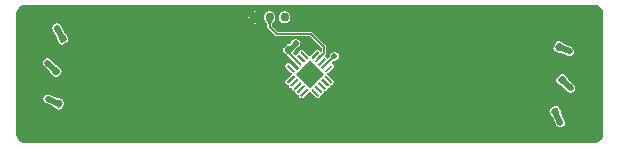
<source format=gbr>
%TF.GenerationSoftware,KiCad,Pcbnew,9.0.0-rc3*%
%TF.CreationDate,2025-06-04T22:11:30-04:00*%
%TF.ProjectId,rgb_led,7267625f-6c65-4642-9e6b-696361645f70,rev?*%
%TF.SameCoordinates,Original*%
%TF.FileFunction,Copper,L1,Top*%
%TF.FilePolarity,Positive*%
%FSLAX46Y46*%
G04 Gerber Fmt 4.6, Leading zero omitted, Abs format (unit mm)*
G04 Created by KiCad (PCBNEW 9.0.0-rc3) date 2025-06-04 22:11:30*
%MOMM*%
%LPD*%
G01*
G04 APERTURE LIST*
%TA.AperFunction,SMDPad,CuDef*%
%ADD10C,0.750000*%
%TD*%
%TA.AperFunction,ViaPad*%
%ADD11C,0.508000*%
%TD*%
%TA.AperFunction,Conductor*%
%ADD12C,0.200000*%
%TD*%
%TA.AperFunction,Conductor*%
%ADD13C,0.500000*%
%TD*%
%TA.AperFunction,Conductor*%
%ADD14C,0.400000*%
%TD*%
%TA.AperFunction,Conductor*%
%ADD15C,0.127000*%
%TD*%
G04 APERTURE END LIST*
D10*
X139529999Y-84200001D03*
X142069999Y-84200001D03*
X140799999Y-84200001D03*
%TA.AperFunction,SMDPad,CuDef*%
G36*
G01*
X124145537Y-91896548D02*
X124001847Y-92204693D01*
G75*
G02*
X123815797Y-92272409I-126883J59167D01*
G01*
X123562031Y-92154076D01*
G75*
G02*
X123494315Y-91968026I59167J126883D01*
G01*
X123638005Y-91659881D01*
G75*
G02*
X123824055Y-91592165I126883J-59167D01*
G01*
X124077821Y-91710498D01*
G75*
G02*
X124145537Y-91896548I-59167J-126883D01*
G01*
G37*
%TD.AperFunction*%
%TA.AperFunction,SMDPad,CuDef*%
G36*
G01*
X123275481Y-91490836D02*
X123131791Y-91798981D01*
G75*
G02*
X122945741Y-91866697I-126883J59167D01*
G01*
X122691975Y-91748364D01*
G75*
G02*
X122624259Y-91562314I59167J126883D01*
G01*
X122767949Y-91254169D01*
G75*
G02*
X122953999Y-91186453I126883J-59167D01*
G01*
X123207765Y-91304786D01*
G75*
G02*
X123275481Y-91490836I-59167J-126883D01*
G01*
G37*
%TD.AperFunction*%
%TA.AperFunction,SMDPad,CuDef*%
G36*
G01*
X164112596Y-86349981D02*
X164256286Y-86041836D01*
G75*
G02*
X164442336Y-85974120I126883J-59167D01*
G01*
X164696102Y-86092453D01*
G75*
G02*
X164763818Y-86278503I-59167J-126883D01*
G01*
X164620128Y-86586648D01*
G75*
G02*
X164434078Y-86654364I-126883J59167D01*
G01*
X164180312Y-86536031D01*
G75*
G02*
X164112596Y-86349981I59167J126883D01*
G01*
G37*
%TD.AperFunction*%
%TA.AperFunction,SMDPad,CuDef*%
G36*
G01*
X164982648Y-86755695D02*
X165126338Y-86447550D01*
G75*
G02*
X165312388Y-86379834I126883J-59167D01*
G01*
X165566154Y-86498167D01*
G75*
G02*
X165633870Y-86684217I-59167J-126883D01*
G01*
X165490180Y-86992362D01*
G75*
G02*
X165304130Y-87060078I-126883J59167D01*
G01*
X165050364Y-86941745D01*
G75*
G02*
X164982648Y-86755695I59167J126883D01*
G01*
G37*
%TD.AperFunction*%
%TA.AperFunction,SMDPad,CuDef*%
G36*
G01*
X164309683Y-91138638D02*
X164617828Y-90994948D01*
G75*
G02*
X164803878Y-91062664I59167J-126883D01*
G01*
X164922211Y-91316430D01*
G75*
G02*
X164854495Y-91502480I-126883J-59167D01*
G01*
X164546350Y-91646170D01*
G75*
G02*
X164360300Y-91578454I-59167J126883D01*
G01*
X164241967Y-91324688D01*
G75*
G02*
X164309683Y-91138638I126883J59167D01*
G01*
G37*
%TD.AperFunction*%
%TA.AperFunction,SMDPad,CuDef*%
G36*
G01*
X164715397Y-92008690D02*
X165023542Y-91865000D01*
G75*
G02*
X165209592Y-91932716I59167J-126883D01*
G01*
X165327925Y-92186482D01*
G75*
G02*
X165260209Y-92372532I-126883J-59167D01*
G01*
X164952064Y-92516222D01*
G75*
G02*
X164766014Y-92448506I-59167J126883D01*
G01*
X164647681Y-92194740D01*
G75*
G02*
X164715397Y-92008690I126883J59167D01*
G01*
G37*
%TD.AperFunction*%
%TA.AperFunction,SMDPad,CuDef*%
G36*
X144037365Y-87585284D02*
G01*
X144037365Y-87657000D01*
X144022721Y-87692355D01*
X143987868Y-87727208D01*
X143952513Y-87741852D01*
X143917158Y-87727208D01*
X143422183Y-87232233D01*
X143407539Y-87196878D01*
X143422183Y-87161523D01*
X143492894Y-87090812D01*
X143528249Y-87076168D01*
X143563604Y-87090812D01*
X144022721Y-87549929D01*
X144037365Y-87585284D01*
G37*
%TD.AperFunction*%
%TA.AperFunction,SMDPad,CuDef*%
G36*
G01*
X143139340Y-87444365D02*
X143210051Y-87373654D01*
G75*
G02*
X143280761Y-87373654I35355J-35355D01*
G01*
X143775736Y-87868629D01*
G75*
G02*
X143775736Y-87939339I-35355J-35355D01*
G01*
X143705025Y-88010050D01*
G75*
G02*
X143634315Y-88010050I-35355J35355D01*
G01*
X143139340Y-87515075D01*
G75*
G02*
X143139340Y-87444365I35355J35355D01*
G01*
G37*
%TD.AperFunction*%
%TA.AperFunction,SMDPad,CuDef*%
G36*
G01*
X142856497Y-87727208D02*
X142927208Y-87656497D01*
G75*
G02*
X142997918Y-87656497I35355J-35355D01*
G01*
X143492893Y-88151472D01*
G75*
G02*
X143492893Y-88222182I-35355J-35355D01*
G01*
X143422182Y-88292893D01*
G75*
G02*
X143351472Y-88292893I-35355J35355D01*
G01*
X142856497Y-87797918D01*
G75*
G02*
X142856497Y-87727208I35355J35355D01*
G01*
G37*
%TD.AperFunction*%
%TA.AperFunction,SMDPad,CuDef*%
G36*
G01*
X142573654Y-88010051D02*
X142644365Y-87939340D01*
G75*
G02*
X142715075Y-87939340I35355J-35355D01*
G01*
X143210050Y-88434315D01*
G75*
G02*
X143210050Y-88505025I-35355J-35355D01*
G01*
X143139339Y-88575736D01*
G75*
G02*
X143068629Y-88575736I-35355J35355D01*
G01*
X142573654Y-88080761D01*
G75*
G02*
X142573654Y-88010051I35355J35355D01*
G01*
G37*
%TD.AperFunction*%
%TA.AperFunction,SMDPad,CuDef*%
G36*
X142941852Y-88752513D02*
G01*
X142927208Y-88787868D01*
X142892355Y-88822721D01*
X142857000Y-88837365D01*
X142785284Y-88837365D01*
X142749929Y-88822721D01*
X142290812Y-88363604D01*
X142276168Y-88328249D01*
X142290812Y-88292894D01*
X142361523Y-88222183D01*
X142396878Y-88207539D01*
X142432233Y-88222183D01*
X142927208Y-88717158D01*
X142941852Y-88752513D01*
G37*
%TD.AperFunction*%
%TA.AperFunction,SMDPad,CuDef*%
G36*
X142941852Y-89247487D02*
G01*
X142927208Y-89282842D01*
X142432233Y-89777817D01*
X142396878Y-89792461D01*
X142361523Y-89777817D01*
X142290812Y-89707106D01*
X142276168Y-89671751D01*
X142290812Y-89636396D01*
X142749929Y-89177279D01*
X142785284Y-89162635D01*
X142857000Y-89162635D01*
X142892355Y-89177279D01*
X142927208Y-89212132D01*
X142941852Y-89247487D01*
G37*
%TD.AperFunction*%
%TA.AperFunction,SMDPad,CuDef*%
G36*
G01*
X142573654Y-89919239D02*
X143068629Y-89424264D01*
G75*
G02*
X143139339Y-89424264I35355J-35355D01*
G01*
X143210050Y-89494975D01*
G75*
G02*
X143210050Y-89565685I-35355J-35355D01*
G01*
X142715075Y-90060660D01*
G75*
G02*
X142644365Y-90060660I-35355J35355D01*
G01*
X142573654Y-89989949D01*
G75*
G02*
X142573654Y-89919239I35355J35355D01*
G01*
G37*
%TD.AperFunction*%
%TA.AperFunction,SMDPad,CuDef*%
G36*
G01*
X142856497Y-90202082D02*
X143351472Y-89707107D01*
G75*
G02*
X143422182Y-89707107I35355J-35355D01*
G01*
X143492893Y-89777818D01*
G75*
G02*
X143492893Y-89848528I-35355J-35355D01*
G01*
X142997918Y-90343503D01*
G75*
G02*
X142927208Y-90343503I-35355J35355D01*
G01*
X142856497Y-90272792D01*
G75*
G02*
X142856497Y-90202082I35355J35355D01*
G01*
G37*
%TD.AperFunction*%
%TA.AperFunction,SMDPad,CuDef*%
G36*
G01*
X143139340Y-90484925D02*
X143634315Y-89989950D01*
G75*
G02*
X143705025Y-89989950I35355J-35355D01*
G01*
X143775736Y-90060661D01*
G75*
G02*
X143775736Y-90131371I-35355J-35355D01*
G01*
X143280761Y-90626346D01*
G75*
G02*
X143210051Y-90626346I-35355J35355D01*
G01*
X143139340Y-90555635D01*
G75*
G02*
X143139340Y-90484925I35355J35355D01*
G01*
G37*
%TD.AperFunction*%
%TA.AperFunction,SMDPad,CuDef*%
G36*
X144037365Y-90343000D02*
G01*
X144037365Y-90414716D01*
X144022721Y-90450071D01*
X143563604Y-90909188D01*
X143528249Y-90923832D01*
X143492894Y-90909188D01*
X143422183Y-90838477D01*
X143407539Y-90803122D01*
X143422183Y-90767767D01*
X143917158Y-90272792D01*
X143952513Y-90258148D01*
X143987868Y-90272792D01*
X144022721Y-90307645D01*
X144037365Y-90343000D01*
G37*
%TD.AperFunction*%
%TA.AperFunction,SMDPad,CuDef*%
G36*
X144992461Y-90803122D02*
G01*
X144977817Y-90838477D01*
X144907106Y-90909188D01*
X144871751Y-90923832D01*
X144836396Y-90909188D01*
X144377279Y-90450071D01*
X144362635Y-90414716D01*
X144362635Y-90343000D01*
X144377279Y-90307645D01*
X144412132Y-90272792D01*
X144447487Y-90258148D01*
X144482842Y-90272792D01*
X144977817Y-90767767D01*
X144992461Y-90803122D01*
G37*
%TD.AperFunction*%
%TA.AperFunction,SMDPad,CuDef*%
G36*
G01*
X144624264Y-90060661D02*
X144694975Y-89989950D01*
G75*
G02*
X144765685Y-89989950I35355J-35355D01*
G01*
X145260660Y-90484925D01*
G75*
G02*
X145260660Y-90555635I-35355J-35355D01*
G01*
X145189949Y-90626346D01*
G75*
G02*
X145119239Y-90626346I-35355J35355D01*
G01*
X144624264Y-90131371D01*
G75*
G02*
X144624264Y-90060661I35355J35355D01*
G01*
G37*
%TD.AperFunction*%
%TA.AperFunction,SMDPad,CuDef*%
G36*
G01*
X144907107Y-89777818D02*
X144977818Y-89707107D01*
G75*
G02*
X145048528Y-89707107I35355J-35355D01*
G01*
X145543503Y-90202082D01*
G75*
G02*
X145543503Y-90272792I-35355J-35355D01*
G01*
X145472792Y-90343503D01*
G75*
G02*
X145402082Y-90343503I-35355J35355D01*
G01*
X144907107Y-89848528D01*
G75*
G02*
X144907107Y-89777818I35355J35355D01*
G01*
G37*
%TD.AperFunction*%
%TA.AperFunction,SMDPad,CuDef*%
G36*
G01*
X145189950Y-89494975D02*
X145260661Y-89424264D01*
G75*
G02*
X145331371Y-89424264I35355J-35355D01*
G01*
X145826346Y-89919239D01*
G75*
G02*
X145826346Y-89989949I-35355J-35355D01*
G01*
X145755635Y-90060660D01*
G75*
G02*
X145684925Y-90060660I-35355J35355D01*
G01*
X145189950Y-89565685D01*
G75*
G02*
X145189950Y-89494975I35355J35355D01*
G01*
G37*
%TD.AperFunction*%
%TA.AperFunction,SMDPad,CuDef*%
G36*
X146123832Y-89671751D02*
G01*
X146109188Y-89707106D01*
X146038477Y-89777817D01*
X146003122Y-89792461D01*
X145967767Y-89777817D01*
X145472792Y-89282842D01*
X145458148Y-89247487D01*
X145472792Y-89212132D01*
X145507645Y-89177279D01*
X145543000Y-89162635D01*
X145614716Y-89162635D01*
X145650071Y-89177279D01*
X146109188Y-89636396D01*
X146123832Y-89671751D01*
G37*
%TD.AperFunction*%
%TA.AperFunction,SMDPad,CuDef*%
G36*
X146123832Y-88328249D02*
G01*
X146109188Y-88363604D01*
X145650071Y-88822721D01*
X145614716Y-88837365D01*
X145543000Y-88837365D01*
X145507645Y-88822721D01*
X145472792Y-88787868D01*
X145458148Y-88752513D01*
X145472792Y-88717158D01*
X145967767Y-88222183D01*
X146003122Y-88207539D01*
X146038477Y-88222183D01*
X146109188Y-88292894D01*
X146123832Y-88328249D01*
G37*
%TD.AperFunction*%
%TA.AperFunction,SMDPad,CuDef*%
G36*
G01*
X145189950Y-88434315D02*
X145684925Y-87939340D01*
G75*
G02*
X145755635Y-87939340I35355J-35355D01*
G01*
X145826346Y-88010051D01*
G75*
G02*
X145826346Y-88080761I-35355J-35355D01*
G01*
X145331371Y-88575736D01*
G75*
G02*
X145260661Y-88575736I-35355J35355D01*
G01*
X145189950Y-88505025D01*
G75*
G02*
X145189950Y-88434315I35355J35355D01*
G01*
G37*
%TD.AperFunction*%
%TA.AperFunction,SMDPad,CuDef*%
G36*
G01*
X144907107Y-88151472D02*
X145402082Y-87656497D01*
G75*
G02*
X145472792Y-87656497I35355J-35355D01*
G01*
X145543503Y-87727208D01*
G75*
G02*
X145543503Y-87797918I-35355J-35355D01*
G01*
X145048528Y-88292893D01*
G75*
G02*
X144977818Y-88292893I-35355J35355D01*
G01*
X144907107Y-88222182D01*
G75*
G02*
X144907107Y-88151472I35355J35355D01*
G01*
G37*
%TD.AperFunction*%
%TA.AperFunction,SMDPad,CuDef*%
G36*
G01*
X144624264Y-87868629D02*
X145119239Y-87373654D01*
G75*
G02*
X145189949Y-87373654I35355J-35355D01*
G01*
X145260660Y-87444365D01*
G75*
G02*
X145260660Y-87515075I-35355J-35355D01*
G01*
X144765685Y-88010050D01*
G75*
G02*
X144694975Y-88010050I-35355J35355D01*
G01*
X144624264Y-87939339D01*
G75*
G02*
X144624264Y-87868629I35355J35355D01*
G01*
G37*
%TD.AperFunction*%
%TA.AperFunction,SMDPad,CuDef*%
G36*
X144992461Y-87196878D02*
G01*
X144977817Y-87232233D01*
X144482842Y-87727208D01*
X144447487Y-87741852D01*
X144412132Y-87727208D01*
X144377279Y-87692355D01*
X144362635Y-87657000D01*
X144362635Y-87585284D01*
X144377279Y-87549929D01*
X144836396Y-87090812D01*
X144871751Y-87076168D01*
X144907106Y-87090812D01*
X144977817Y-87161523D01*
X144992461Y-87196878D01*
G37*
%TD.AperFunction*%
%TA.AperFunction,HeatsinkPad*%
G36*
X142997918Y-89000000D02*
G01*
X144200000Y-87797918D01*
X145402082Y-89000000D01*
X144200000Y-90202082D01*
X142997918Y-89000000D01*
G37*
%TD.AperFunction*%
%TA.AperFunction,SMDPad,CuDef*%
G36*
G01*
X123699335Y-89509886D02*
X123458919Y-89750302D01*
G75*
G02*
X123260929Y-89750302I-98995J98995D01*
G01*
X123062939Y-89552312D01*
G75*
G02*
X123062939Y-89354322I98995J98995D01*
G01*
X123303355Y-89113906D01*
G75*
G02*
X123501345Y-89113906I98995J-98995D01*
G01*
X123699335Y-89311896D01*
G75*
G02*
X123699335Y-89509886I-98995J-98995D01*
G01*
G37*
%TD.AperFunction*%
%TA.AperFunction,SMDPad,CuDef*%
G36*
G01*
X123020513Y-88831064D02*
X122780097Y-89071480D01*
G75*
G02*
X122582107Y-89071480I-98995J98995D01*
G01*
X122384117Y-88873490D01*
G75*
G02*
X122384117Y-88675500I98995J98995D01*
G01*
X122624533Y-88435084D01*
G75*
G02*
X122822523Y-88435084I98995J-98995D01*
G01*
X123020513Y-88633074D01*
G75*
G02*
X123020513Y-88831064I-98995J-98995D01*
G01*
G37*
%TD.AperFunction*%
%TA.AperFunction,SMDPad,CuDef*%
G36*
G01*
X164568303Y-88727805D02*
X164808719Y-88487389D01*
G75*
G02*
X165006709Y-88487389I98995J-98995D01*
G01*
X165204699Y-88685379D01*
G75*
G02*
X165204699Y-88883369I-98995J-98995D01*
G01*
X164964283Y-89123785D01*
G75*
G02*
X164766293Y-89123785I-98995J98995D01*
G01*
X164568303Y-88925795D01*
G75*
G02*
X164568303Y-88727805I98995J98995D01*
G01*
G37*
%TD.AperFunction*%
%TA.AperFunction,SMDPad,CuDef*%
G36*
G01*
X165247125Y-89406627D02*
X165487541Y-89166211D01*
G75*
G02*
X165685531Y-89166211I98995J-98995D01*
G01*
X165883521Y-89364201D01*
G75*
G02*
X165883521Y-89562191I-98995J-98995D01*
G01*
X165643105Y-89802607D01*
G75*
G02*
X165445115Y-89802607I-98995J98995D01*
G01*
X165247125Y-89604617D01*
G75*
G02*
X165247125Y-89406627I98995J98995D01*
G01*
G37*
%TD.AperFunction*%
%TA.AperFunction,SMDPad,CuDef*%
G36*
G01*
X123969793Y-87094405D02*
X123661648Y-87238095D01*
G75*
G02*
X123475598Y-87170379I-59167J126883D01*
G01*
X123357265Y-86916613D01*
G75*
G02*
X123424981Y-86730563I126883J59167D01*
G01*
X123733126Y-86586873D01*
G75*
G02*
X123919176Y-86654589I59167J-126883D01*
G01*
X124037509Y-86908355D01*
G75*
G02*
X123969793Y-87094405I-126883J-59167D01*
G01*
G37*
%TD.AperFunction*%
%TA.AperFunction,SMDPad,CuDef*%
G36*
G01*
X123564079Y-86224353D02*
X123255934Y-86368043D01*
G75*
G02*
X123069884Y-86300327I-59167J126883D01*
G01*
X122951551Y-86046561D01*
G75*
G02*
X123019267Y-85860511I126883J59167D01*
G01*
X123327412Y-85716821D01*
G75*
G02*
X123513462Y-85784537I59167J-126883D01*
G01*
X123631795Y-86038303D01*
G75*
G02*
X123564079Y-86224353I-126883J-59167D01*
G01*
G37*
%TD.AperFunction*%
%TA.AperFunction,SMDPad,CuDef*%
G36*
G01*
X141682806Y-87957608D02*
X141442390Y-87717192D01*
G75*
G02*
X141442390Y-87519202I98995J98995D01*
G01*
X141640380Y-87321212D01*
G75*
G02*
X141838370Y-87321212I98995J-98995D01*
G01*
X142078786Y-87561628D01*
G75*
G02*
X142078786Y-87759618I-98995J-98995D01*
G01*
X141880796Y-87957608D01*
G75*
G02*
X141682806Y-87957608I-98995J98995D01*
G01*
G37*
%TD.AperFunction*%
%TA.AperFunction,SMDPad,CuDef*%
G36*
G01*
X142361628Y-87278786D02*
X142121212Y-87038370D01*
G75*
G02*
X142121212Y-86840380I98995J98995D01*
G01*
X142319202Y-86642390D01*
G75*
G02*
X142517192Y-86642390I98995J-98995D01*
G01*
X142757608Y-86882806D01*
G75*
G02*
X142757608Y-87080796I-98995J-98995D01*
G01*
X142559618Y-87278786D01*
G75*
G02*
X142361628Y-87278786I-98995J98995D01*
G01*
G37*
%TD.AperFunction*%
D11*
X164188897Y-88118593D03*
X124069891Y-90157297D03*
X124794451Y-92358275D03*
X163599999Y-85900001D03*
X124138488Y-87833574D03*
X164163737Y-90456917D03*
X165428391Y-93140125D03*
X122799999Y-85100001D03*
X121981970Y-88047940D03*
X142999999Y-86400001D03*
X166299999Y-90200001D03*
X122020276Y-91105586D03*
X142069999Y-84200001D03*
X166199999Y-87100001D03*
X144200000Y-89000000D03*
X146296203Y-87492995D03*
D12*
X142273724Y-87639410D02*
X141760588Y-87639410D01*
D13*
X164438206Y-86314242D02*
X163599999Y-85900001D01*
X164886501Y-88805587D02*
X164188897Y-88118593D01*
X123819926Y-91932287D02*
X124794451Y-92358275D01*
X123381137Y-89432104D02*
X124069891Y-90157297D01*
X123697387Y-86912485D02*
X124138488Y-87833574D01*
D12*
X142891852Y-88257538D02*
X142273724Y-87639410D01*
D13*
X164582089Y-91320558D02*
X164163737Y-90456917D01*
D12*
X142439410Y-87239410D02*
X142439410Y-86960588D01*
X143174695Y-87974695D02*
X142439410Y-87239410D01*
D13*
X165565323Y-89484409D02*
X166299999Y-90200001D01*
X123291673Y-86042431D02*
X122799999Y-85100001D01*
X164987803Y-92190612D02*
X165428391Y-93140125D01*
X122949870Y-91526575D02*
X122020276Y-91105586D01*
X122702315Y-88753282D02*
X121981970Y-88047940D01*
D14*
X142999999Y-86400001D02*
X142439410Y-86960588D01*
D13*
X165308260Y-86719956D02*
X166199999Y-87100001D01*
D15*
X141399999Y-85600001D02*
X140799999Y-85000001D01*
X145399999Y-86700001D02*
X144299999Y-85600001D01*
X144299999Y-85600001D02*
X141399999Y-85600001D01*
X144942462Y-87691852D02*
X145399999Y-87234315D01*
X140799999Y-85000001D02*
X140799999Y-84200001D01*
X145399999Y-87234315D02*
X145399999Y-86700001D01*
D12*
X146272691Y-87492995D02*
X145508148Y-88257538D01*
X146296203Y-87492995D02*
X146272691Y-87492995D01*
%TA.AperFunction,Conductor*%
G36*
X168170898Y-83127501D02*
G01*
X168196931Y-83127501D01*
X168203055Y-83127802D01*
X168364091Y-83143662D01*
X168376100Y-83146051D01*
X168528007Y-83192131D01*
X168539317Y-83196816D01*
X168679303Y-83271640D01*
X168689491Y-83278447D01*
X168812191Y-83379145D01*
X168820854Y-83387808D01*
X168921552Y-83510508D01*
X168928359Y-83520696D01*
X169003181Y-83660678D01*
X169007870Y-83671997D01*
X169053947Y-83823895D01*
X169056337Y-83835912D01*
X169072198Y-83996943D01*
X169072499Y-84003069D01*
X169072500Y-93970899D01*
X169072500Y-93996930D01*
X169072199Y-94003056D01*
X169056338Y-94164088D01*
X169053948Y-94176105D01*
X169007871Y-94328002D01*
X169003182Y-94339321D01*
X168928358Y-94479307D01*
X168921551Y-94489494D01*
X168820856Y-94612192D01*
X168812192Y-94620856D01*
X168689494Y-94721551D01*
X168679307Y-94728358D01*
X168539321Y-94803182D01*
X168528002Y-94807871D01*
X168376105Y-94853948D01*
X168364088Y-94856338D01*
X168203056Y-94872199D01*
X168196930Y-94872500D01*
X120203070Y-94872500D01*
X120196944Y-94872199D01*
X120035911Y-94856338D01*
X120023894Y-94853948D01*
X119871997Y-94807871D01*
X119860678Y-94803182D01*
X119720692Y-94728358D01*
X119710505Y-94721551D01*
X119587807Y-94620856D01*
X119579143Y-94612192D01*
X119478445Y-94489490D01*
X119471644Y-94479311D01*
X119396815Y-94339317D01*
X119392130Y-94328007D01*
X119346050Y-94176101D01*
X119343661Y-94164088D01*
X119337215Y-94098643D01*
X119327801Y-94003056D01*
X119327500Y-93996930D01*
X119327500Y-92147469D01*
X164502083Y-92147469D01*
X164502083Y-92147472D01*
X164520992Y-92224744D01*
X164520992Y-92224746D01*
X164661593Y-92526266D01*
X164661594Y-92526268D01*
X164661595Y-92526269D01*
X164708636Y-92590425D01*
X164759917Y-92621543D01*
X164784186Y-92648667D01*
X165060133Y-93243360D01*
X165063809Y-93253490D01*
X165072889Y-93287376D01*
X165072889Y-93287378D01*
X165072890Y-93287379D01*
X165123115Y-93374372D01*
X165194144Y-93445401D01*
X165281137Y-93495626D01*
X165323917Y-93507089D01*
X165378161Y-93521624D01*
X165378164Y-93521624D01*
X165378166Y-93521625D01*
X165378167Y-93521625D01*
X165478615Y-93521625D01*
X165478616Y-93521625D01*
X165575645Y-93495626D01*
X165662638Y-93445401D01*
X165733667Y-93374372D01*
X165783892Y-93287379D01*
X165809891Y-93190350D01*
X165809891Y-93089900D01*
X165783892Y-92992871D01*
X165746210Y-92927603D01*
X165743653Y-92922680D01*
X165469135Y-92331066D01*
X165464057Y-92295252D01*
X165473523Y-92233752D01*
X165454614Y-92156478D01*
X165450414Y-92147472D01*
X165314012Y-91854955D01*
X165312420Y-91852784D01*
X165266970Y-91790797D01*
X165266966Y-91790794D01*
X165175993Y-91735590D01*
X165070811Y-91719401D01*
X165070810Y-91719401D01*
X164993535Y-91738310D01*
X164637638Y-91904268D01*
X164637634Y-91904271D01*
X164573479Y-91951312D01*
X164536473Y-92012295D01*
X164518271Y-92042290D01*
X164502083Y-92147469D01*
X119327500Y-92147469D01*
X119327500Y-91055356D01*
X121638776Y-91055356D01*
X121638776Y-91155815D01*
X121664774Y-91252837D01*
X121664774Y-91252839D01*
X121664775Y-91252840D01*
X121715000Y-91339833D01*
X121786029Y-91410862D01*
X121873022Y-91461087D01*
X121910165Y-91471039D01*
X121919746Y-91474466D01*
X122460591Y-91719401D01*
X122494095Y-91734574D01*
X122521742Y-91759084D01*
X122550055Y-91805741D01*
X122550056Y-91805742D01*
X122614212Y-91852783D01*
X122614213Y-91852783D01*
X122614214Y-91852784D01*
X122618870Y-91854955D01*
X122915737Y-91993386D01*
X122993011Y-92012295D01*
X123098191Y-91996107D01*
X123189169Y-91940899D01*
X123236210Y-91876744D01*
X123402171Y-91520840D01*
X123421080Y-91443567D01*
X123404891Y-91338386D01*
X123352978Y-91252837D01*
X123349686Y-91247411D01*
X123349683Y-91247407D01*
X123285525Y-91200365D01*
X122984004Y-91059764D01*
X122906729Y-91040855D01*
X122839765Y-91051160D01*
X122804475Y-91046321D01*
X122232847Y-90787446D01*
X122227382Y-90784639D01*
X122167533Y-90750086D01*
X122167527Y-90750084D01*
X122070505Y-90724086D01*
X122070501Y-90724086D01*
X121970051Y-90724086D01*
X121970046Y-90724086D01*
X121873024Y-90750084D01*
X121873022Y-90750084D01*
X121786027Y-90800311D01*
X121715001Y-90871337D01*
X121664774Y-90958332D01*
X121664774Y-90958334D01*
X121638776Y-91055356D01*
X119327500Y-91055356D01*
X119327500Y-87997710D01*
X121600470Y-87997710D01*
X121600470Y-88098169D01*
X121626468Y-88195191D01*
X121626468Y-88195193D01*
X121651560Y-88238653D01*
X121676643Y-88282099D01*
X121676695Y-88282188D01*
X121747718Y-88353211D01*
X121747720Y-88353214D01*
X121747722Y-88353215D01*
X121747723Y-88353216D01*
X121756587Y-88358334D01*
X121769057Y-88367798D01*
X122202848Y-88792554D01*
X122220420Y-88825017D01*
X122231131Y-88878867D01*
X122231131Y-88878868D01*
X122231132Y-88878869D01*
X122275330Y-88945015D01*
X122510582Y-89180267D01*
X122576728Y-89224465D01*
X122681101Y-89245226D01*
X122681102Y-89245226D01*
X122681103Y-89245226D01*
X122715893Y-89238305D01*
X122785476Y-89224465D01*
X122851622Y-89180267D01*
X123129300Y-88902589D01*
X123173498Y-88836443D01*
X123194259Y-88732069D01*
X123173498Y-88627695D01*
X123129300Y-88561549D01*
X122894048Y-88326297D01*
X122849950Y-88296831D01*
X122827901Y-88282098D01*
X122761790Y-88268948D01*
X122730257Y-88252306D01*
X122362739Y-87892443D01*
X122299775Y-87830791D01*
X122289373Y-87817378D01*
X122287246Y-87813693D01*
X122216218Y-87742665D01*
X122216217Y-87742664D01*
X122129224Y-87692439D01*
X122129223Y-87692438D01*
X122129222Y-87692438D01*
X122032199Y-87666440D01*
X122032195Y-87666440D01*
X121931745Y-87666440D01*
X121931740Y-87666440D01*
X121834718Y-87692438D01*
X121834716Y-87692438D01*
X121747721Y-87742665D01*
X121676695Y-87813691D01*
X121626468Y-87900686D01*
X121626468Y-87900688D01*
X121600470Y-87997710D01*
X119327500Y-87997710D01*
X119327500Y-85049771D01*
X122418499Y-85049771D01*
X122418499Y-85150230D01*
X122444497Y-85247252D01*
X122444497Y-85247254D01*
X122494725Y-85334251D01*
X122496718Y-85336848D01*
X122502545Y-85345986D01*
X122805001Y-85925726D01*
X122811362Y-85964141D01*
X122805953Y-85999288D01*
X122805953Y-85999293D01*
X122824862Y-86076565D01*
X122824862Y-86076567D01*
X122965463Y-86378087D01*
X122965464Y-86378089D01*
X122965465Y-86378090D01*
X122976946Y-86393748D01*
X123012505Y-86442245D01*
X123012509Y-86442248D01*
X123099001Y-86494733D01*
X123103484Y-86497453D01*
X123208665Y-86513642D01*
X123285938Y-86494733D01*
X123641842Y-86328772D01*
X123705997Y-86281731D01*
X123761205Y-86190753D01*
X123777393Y-86085573D01*
X123758484Y-86008299D01*
X123754284Y-85999293D01*
X123617882Y-85706776D01*
X123570839Y-85642617D01*
X123495084Y-85596646D01*
X123472096Y-85572124D01*
X123402164Y-85438080D01*
X123165579Y-84984600D01*
X123160627Y-84971881D01*
X123155500Y-84952747D01*
X123105275Y-84865754D01*
X123034246Y-84794725D01*
X123034244Y-84794723D01*
X123034017Y-84794592D01*
X123034016Y-84794592D01*
X122972616Y-84759143D01*
X139395118Y-84759143D01*
X139395118Y-84759144D01*
X139454292Y-84774999D01*
X139454300Y-84775001D01*
X139605698Y-84775001D01*
X139605705Y-84774999D01*
X139664878Y-84759144D01*
X139664878Y-84759143D01*
X139529999Y-84624265D01*
X139395118Y-84759143D01*
X122972616Y-84759143D01*
X122947253Y-84744500D01*
X122947252Y-84744499D01*
X122947251Y-84744499D01*
X122850228Y-84718501D01*
X122850224Y-84718501D01*
X122749774Y-84718501D01*
X122749769Y-84718501D01*
X122652747Y-84744499D01*
X122652745Y-84744499D01*
X122565750Y-84794726D01*
X122494724Y-84865752D01*
X122444497Y-84952747D01*
X122444497Y-84952749D01*
X122418499Y-85049771D01*
X119327500Y-85049771D01*
X119327500Y-84124299D01*
X138954999Y-84124299D01*
X138954999Y-84275702D01*
X138970855Y-84334880D01*
X139105735Y-84200001D01*
X139105734Y-84200000D01*
X139954263Y-84200000D01*
X139954263Y-84200001D01*
X140089141Y-84334880D01*
X140089142Y-84334880D01*
X140104997Y-84275707D01*
X140104999Y-84275699D01*
X140104999Y-84133847D01*
X140297499Y-84133847D01*
X140297499Y-84266154D01*
X140297500Y-84266162D01*
X140331742Y-84393954D01*
X140331743Y-84393956D01*
X140331744Y-84393959D01*
X140331745Y-84393960D01*
X140378028Y-84474126D01*
X140380326Y-84478498D01*
X140389331Y-84497406D01*
X140389335Y-84497411D01*
X140389336Y-84497413D01*
X140498075Y-84643226D01*
X140498135Y-84643306D01*
X140498140Y-84643312D01*
X140499273Y-84644809D01*
X140547830Y-84708032D01*
X140552962Y-84715871D01*
X140568771Y-84744499D01*
X140575507Y-84756697D01*
X140581230Y-84770981D01*
X140595139Y-84823757D01*
X140597082Y-84835802D01*
X140603570Y-84940046D01*
X140603571Y-84940051D01*
X140607163Y-84954540D01*
X140608999Y-84969577D01*
X140608999Y-85037993D01*
X140638077Y-85108194D01*
X141238077Y-85708194D01*
X141291806Y-85761923D01*
X141362007Y-85791001D01*
X144194996Y-85791001D01*
X144239190Y-85809307D01*
X145190693Y-86760810D01*
X145208999Y-86805004D01*
X145208999Y-87058737D01*
X145190693Y-87102931D01*
X145146499Y-87121237D01*
X145102305Y-87102931D01*
X145094532Y-87093460D01*
X145075045Y-87064295D01*
X145004335Y-86993585D01*
X145004336Y-86993585D01*
X144986699Y-86981801D01*
X144961347Y-86964862D01*
X144961344Y-86964860D01*
X144961343Y-86964860D01*
X144922458Y-86948754D01*
X144922459Y-86948754D01*
X144922456Y-86948753D01*
X144895277Y-86940772D01*
X144895275Y-86940772D01*
X144821046Y-86948753D01*
X144782158Y-86964860D01*
X144739166Y-86993585D01*
X144280053Y-87452699D01*
X144280049Y-87452704D01*
X144251966Y-87494733D01*
X144212192Y-87521308D01*
X144165276Y-87511975D01*
X144148034Y-87494733D01*
X144119950Y-87452704D01*
X144119946Y-87452699D01*
X143660833Y-86993585D01*
X143660834Y-86993585D01*
X143643197Y-86981801D01*
X143617845Y-86964862D01*
X143617842Y-86964860D01*
X143617841Y-86964860D01*
X143578956Y-86948754D01*
X143578957Y-86948754D01*
X143578954Y-86948753D01*
X143551775Y-86940772D01*
X143551773Y-86940772D01*
X143477544Y-86948753D01*
X143438656Y-86964860D01*
X143395664Y-86993585D01*
X143324956Y-87064293D01*
X143296231Y-87107285D01*
X143280125Y-87146170D01*
X143272142Y-87173354D01*
X143271815Y-87177014D01*
X143249637Y-87219398D01*
X143221758Y-87232735D01*
X143176150Y-87241807D01*
X143132257Y-87271135D01*
X143036823Y-87366569D01*
X143036819Y-87366574D01*
X143019643Y-87392280D01*
X142979869Y-87418855D01*
X142932953Y-87409522D01*
X142923483Y-87401750D01*
X142814418Y-87292685D01*
X142796112Y-87248491D01*
X142814418Y-87204297D01*
X142866395Y-87152321D01*
X142910593Y-87086175D01*
X142931354Y-86981801D01*
X142929575Y-86972859D01*
X142938906Y-86925945D01*
X142946674Y-86916478D01*
X143081317Y-86781836D01*
X143109329Y-86765663D01*
X143147253Y-86755502D01*
X143234246Y-86705277D01*
X143305275Y-86634248D01*
X143355500Y-86547255D01*
X143381499Y-86450226D01*
X143381499Y-86349776D01*
X143375871Y-86328774D01*
X143371410Y-86312126D01*
X143355500Y-86252747D01*
X143305275Y-86165754D01*
X143234246Y-86094725D01*
X143147253Y-86044500D01*
X143147252Y-86044499D01*
X143147251Y-86044499D01*
X143050228Y-86018501D01*
X143050224Y-86018501D01*
X142949774Y-86018501D01*
X142949769Y-86018501D01*
X142852747Y-86044499D01*
X142852745Y-86044499D01*
X142765750Y-86094726D01*
X142694724Y-86165752D01*
X142644497Y-86252747D01*
X142644497Y-86252749D01*
X142634337Y-86290665D01*
X142618161Y-86318682D01*
X142483525Y-86453317D01*
X142439331Y-86471623D01*
X142427140Y-86470422D01*
X142418200Y-86468644D01*
X142418196Y-86468644D01*
X142313824Y-86489404D01*
X142247674Y-86533605D01*
X142012427Y-86768852D01*
X141968226Y-86835002D01*
X141947466Y-86939374D01*
X141947466Y-86939375D01*
X141968226Y-87043747D01*
X141968226Y-87043748D01*
X141968227Y-87043749D01*
X142012425Y-87109895D01*
X142012427Y-87109897D01*
X142220597Y-87318067D01*
X142234144Y-87338340D01*
X142235871Y-87342508D01*
X142246545Y-87368278D01*
X143273676Y-88395409D01*
X143273679Y-88395411D01*
X143299385Y-88412588D01*
X143325961Y-88452362D01*
X143316629Y-88499278D01*
X143308856Y-88508749D01*
X143147676Y-88669929D01*
X143103482Y-88688235D01*
X143059288Y-88669929D01*
X143051515Y-88660457D01*
X143024439Y-88619934D01*
X143024434Y-88619928D01*
X142529462Y-88124956D01*
X142529463Y-88124956D01*
X142515132Y-88115381D01*
X142486474Y-88096233D01*
X142486471Y-88096231D01*
X142486470Y-88096231D01*
X142447585Y-88080125D01*
X142447586Y-88080125D01*
X142447583Y-88080124D01*
X142420404Y-88072143D01*
X142420402Y-88072143D01*
X142346173Y-88080124D01*
X142307285Y-88096231D01*
X142264293Y-88124956D01*
X142193585Y-88195664D01*
X142164860Y-88238656D01*
X142148754Y-88277541D01*
X142148753Y-88277544D01*
X142147416Y-88282099D01*
X142140772Y-88304724D01*
X142143092Y-88326299D01*
X142146535Y-88358329D01*
X142148753Y-88378953D01*
X142162684Y-88412588D01*
X142164862Y-88417845D01*
X142193584Y-88460832D01*
X142652701Y-88919948D01*
X142652704Y-88919950D01*
X142694733Y-88948034D01*
X142721308Y-88987808D01*
X142711975Y-89034724D01*
X142694733Y-89051966D01*
X142652704Y-89080049D01*
X142652699Y-89080053D01*
X142193585Y-89539166D01*
X142164860Y-89582158D01*
X142148754Y-89621043D01*
X142140772Y-89648226D01*
X142143774Y-89676144D01*
X142148753Y-89722456D01*
X142164862Y-89761347D01*
X142193584Y-89804334D01*
X142193585Y-89804335D01*
X142264293Y-89875043D01*
X142264292Y-89875043D01*
X142264295Y-89875045D01*
X142307282Y-89903767D01*
X142346173Y-89919876D01*
X142373352Y-89927857D01*
X142373357Y-89927856D01*
X142377008Y-89928184D01*
X142419394Y-89950357D01*
X142432735Y-89978241D01*
X142441807Y-90023849D01*
X142471135Y-90067742D01*
X142566571Y-90163178D01*
X142588441Y-90177791D01*
X142610463Y-90192506D01*
X142664747Y-90203303D01*
X142704520Y-90229878D01*
X142713853Y-90252409D01*
X142724650Y-90306692D01*
X142753978Y-90350585D01*
X142849414Y-90446021D01*
X142871284Y-90460634D01*
X142893306Y-90475349D01*
X142947590Y-90486146D01*
X142987363Y-90512721D01*
X142996696Y-90535252D01*
X143007493Y-90589535D01*
X143036821Y-90633428D01*
X143132257Y-90728864D01*
X143154127Y-90743477D01*
X143176149Y-90758192D01*
X143226849Y-90768276D01*
X143266622Y-90794851D01*
X143276798Y-90822893D01*
X143280124Y-90853827D01*
X143296233Y-90892718D01*
X143324955Y-90935705D01*
X143324956Y-90935706D01*
X143395664Y-91006414D01*
X143395663Y-91006414D01*
X143395666Y-91006416D01*
X143438653Y-91035138D01*
X143477544Y-91051247D01*
X143504723Y-91059228D01*
X143578954Y-91051247D01*
X143617845Y-91035138D01*
X143660832Y-91006416D01*
X144119948Y-90547299D01*
X144148033Y-90505267D01*
X144187807Y-90478691D01*
X144234723Y-90488023D01*
X144251967Y-90505267D01*
X144280051Y-90547298D01*
X144280053Y-90547300D01*
X144739166Y-91006414D01*
X144739165Y-91006414D01*
X144739168Y-91006416D01*
X144782155Y-91035138D01*
X144821046Y-91051247D01*
X144848225Y-91059228D01*
X144922456Y-91051247D01*
X144961347Y-91035138D01*
X145004334Y-91006416D01*
X145075045Y-90935705D01*
X145103767Y-90892718D01*
X145119876Y-90853827D01*
X145127857Y-90826648D01*
X145127856Y-90826642D01*
X145128184Y-90822992D01*
X145150356Y-90780605D01*
X145178241Y-90767264D01*
X145223851Y-90758192D01*
X145267745Y-90728862D01*
X145363176Y-90633431D01*
X145392506Y-90589537D01*
X145403303Y-90535251D01*
X145429878Y-90495479D01*
X145452406Y-90486147D01*
X145506694Y-90475349D01*
X145550588Y-90446019D01*
X145646019Y-90350588D01*
X145675349Y-90306694D01*
X145686146Y-90252408D01*
X145712721Y-90212636D01*
X145735249Y-90203304D01*
X145789537Y-90192506D01*
X145833431Y-90163176D01*
X145928862Y-90067745D01*
X145958192Y-90023851D01*
X145968277Y-89973149D01*
X145994851Y-89933377D01*
X146022892Y-89923201D01*
X146053827Y-89919876D01*
X146092718Y-89903767D01*
X146135705Y-89875045D01*
X146206416Y-89804334D01*
X146235138Y-89761347D01*
X146251247Y-89722456D01*
X146259228Y-89695277D01*
X146251247Y-89621046D01*
X146235138Y-89582155D01*
X146206416Y-89539168D01*
X146172869Y-89505621D01*
X165073379Y-89505621D01*
X165073379Y-89505622D01*
X165094139Y-89609994D01*
X165094139Y-89609995D01*
X165094140Y-89609996D01*
X165138338Y-89676142D01*
X165373590Y-89911394D01*
X165439736Y-89955592D01*
X165507413Y-89969053D01*
X165538826Y-89985579D01*
X165888761Y-90326423D01*
X165982440Y-90417669D01*
X165992955Y-90431187D01*
X165994720Y-90434244D01*
X165994722Y-90434246D01*
X165994723Y-90434248D01*
X166065752Y-90505277D01*
X166152745Y-90555502D01*
X166195525Y-90566965D01*
X166249769Y-90581500D01*
X166249772Y-90581500D01*
X166249774Y-90581501D01*
X166249775Y-90581501D01*
X166350223Y-90581501D01*
X166350224Y-90581501D01*
X166447253Y-90555502D01*
X166534246Y-90505277D01*
X166605275Y-90434248D01*
X166655500Y-90347255D01*
X166681499Y-90250226D01*
X166681499Y-90149776D01*
X166655500Y-90052747D01*
X166605275Y-89965754D01*
X166534246Y-89894725D01*
X166524719Y-89889224D01*
X166512367Y-89879875D01*
X166064606Y-89443745D01*
X166046917Y-89411166D01*
X166044944Y-89401248D01*
X166036506Y-89358822D01*
X165992308Y-89292676D01*
X165757056Y-89057424D01*
X165690910Y-89013226D01*
X165690909Y-89013225D01*
X165586537Y-88992465D01*
X165586535Y-88992465D01*
X165482163Y-89013225D01*
X165416013Y-89057426D01*
X165138340Y-89335099D01*
X165094139Y-89401249D01*
X165073379Y-89505621D01*
X146172869Y-89505621D01*
X145747299Y-89080052D01*
X145705267Y-89051967D01*
X145678691Y-89012193D01*
X145688023Y-88965277D01*
X145705267Y-88948033D01*
X145711034Y-88944179D01*
X145747299Y-88919948D01*
X146206416Y-88460832D01*
X146235138Y-88417845D01*
X146251247Y-88378954D01*
X146259228Y-88351775D01*
X146251247Y-88277544D01*
X146235138Y-88238653D01*
X146206416Y-88195666D01*
X146135705Y-88124955D01*
X146095173Y-88097873D01*
X146068598Y-88058103D01*
X146077929Y-88011186D01*
X146085698Y-88001719D01*
X146194975Y-87892442D01*
X146239168Y-87874137D01*
X146244619Y-87874495D01*
X146245978Y-87874495D01*
X146346427Y-87874495D01*
X146346428Y-87874495D01*
X146349082Y-87873784D01*
X146360755Y-87870656D01*
X146443457Y-87848496D01*
X146530450Y-87798271D01*
X146601479Y-87727242D01*
X146651704Y-87640249D01*
X146677703Y-87543220D01*
X146677703Y-87442770D01*
X146651704Y-87345741D01*
X146601479Y-87258748D01*
X146530450Y-87187719D01*
X146443457Y-87137494D01*
X146443456Y-87137493D01*
X146443455Y-87137493D01*
X146346432Y-87111495D01*
X146346428Y-87111495D01*
X146245978Y-87111495D01*
X146245973Y-87111495D01*
X146148951Y-87137493D01*
X146148949Y-87137493D01*
X146061954Y-87187720D01*
X145990928Y-87258746D01*
X145940701Y-87345741D01*
X145940701Y-87345743D01*
X145914703Y-87442765D01*
X145914703Y-87503361D01*
X145896397Y-87547555D01*
X145759359Y-87684592D01*
X145715165Y-87702898D01*
X145670971Y-87684592D01*
X145663198Y-87675121D01*
X145646021Y-87649415D01*
X145646019Y-87649412D01*
X145550585Y-87553978D01*
X145521547Y-87534576D01*
X145506694Y-87524651D01*
X145506692Y-87524650D01*
X145503366Y-87523273D01*
X145469542Y-87489447D01*
X145469543Y-87441612D01*
X145483087Y-87421340D01*
X145561921Y-87342508D01*
X145590999Y-87272307D01*
X145590999Y-87196323D01*
X145590999Y-86802963D01*
X164837049Y-86802963D01*
X164837049Y-86802964D01*
X164853238Y-86908146D01*
X164908442Y-86999119D01*
X164908445Y-86999123D01*
X164972601Y-87046164D01*
X165274126Y-87186767D01*
X165351400Y-87205676D01*
X165432014Y-87193268D01*
X165466019Y-87197544D01*
X165996982Y-87423832D01*
X166003708Y-87427191D01*
X166052745Y-87455502D01*
X166095525Y-87466965D01*
X166149769Y-87481500D01*
X166149772Y-87481500D01*
X166149774Y-87481501D01*
X166149775Y-87481501D01*
X166250223Y-87481501D01*
X166250224Y-87481501D01*
X166347253Y-87455502D01*
X166434246Y-87405277D01*
X166505275Y-87334248D01*
X166555500Y-87247255D01*
X166581499Y-87150226D01*
X166581499Y-87049776D01*
X166580531Y-87046165D01*
X166567925Y-86999119D01*
X166555500Y-86952747D01*
X166505275Y-86865754D01*
X166434246Y-86794725D01*
X166375503Y-86760810D01*
X166347252Y-86744499D01*
X166301558Y-86732255D01*
X166293232Y-86729381D01*
X165758660Y-86501556D01*
X165729732Y-86476482D01*
X165713802Y-86450230D01*
X165708074Y-86440790D01*
X165708072Y-86440788D01*
X165643914Y-86393746D01*
X165342393Y-86253145D01*
X165265118Y-86234236D01*
X165159938Y-86250424D01*
X165068960Y-86305632D01*
X165068959Y-86305632D01*
X165068959Y-86305633D01*
X165021916Y-86369791D01*
X164855958Y-86725688D01*
X164837049Y-86802963D01*
X145590999Y-86802963D01*
X145590999Y-86662009D01*
X145561921Y-86591808D01*
X145508192Y-86538079D01*
X144408192Y-85438079D01*
X144337991Y-85409001D01*
X144337990Y-85409001D01*
X141505002Y-85409001D01*
X141460808Y-85390695D01*
X141016393Y-84946280D01*
X141015800Y-84944850D01*
X141014400Y-84944193D01*
X141006730Y-84922953D01*
X140998087Y-84902086D01*
X140998153Y-84899236D01*
X141000237Y-84854132D01*
X141001184Y-84845815D01*
X141009339Y-84801155D01*
X141013994Y-84786371D01*
X141042299Y-84724563D01*
X141049262Y-84712906D01*
X141101290Y-84644069D01*
X141101858Y-84643312D01*
X141101887Y-84643274D01*
X141171911Y-84549374D01*
X141210657Y-84497419D01*
X141210844Y-84497161D01*
X141212501Y-84494884D01*
X141212836Y-84494412D01*
X141219074Y-84479975D01*
X141222316Y-84473523D01*
X141268254Y-84393959D01*
X141302499Y-84266156D01*
X141302499Y-84133847D01*
X141567499Y-84133847D01*
X141567499Y-84266154D01*
X141567500Y-84266162D01*
X141601742Y-84393954D01*
X141601743Y-84393958D01*
X141634821Y-84451251D01*
X141661468Y-84497405D01*
X141667900Y-84508544D01*
X141667903Y-84508548D01*
X141761451Y-84602096D01*
X141761455Y-84602099D01*
X141761457Y-84602101D01*
X141876041Y-84668256D01*
X142003844Y-84702501D01*
X142003845Y-84702501D01*
X142136153Y-84702501D01*
X142136154Y-84702501D01*
X142263957Y-84668256D01*
X142378541Y-84602101D01*
X142472099Y-84508543D01*
X142538254Y-84393959D01*
X142572499Y-84266156D01*
X142572499Y-84133846D01*
X142538254Y-84006043D01*
X142472099Y-83891459D01*
X142472097Y-83891457D01*
X142472094Y-83891453D01*
X142378546Y-83797905D01*
X142378542Y-83797902D01*
X142378541Y-83797901D01*
X142321249Y-83764823D01*
X142263956Y-83731745D01*
X142263952Y-83731744D01*
X142136160Y-83697502D01*
X142136155Y-83697501D01*
X142136154Y-83697501D01*
X142003844Y-83697501D01*
X142003843Y-83697501D01*
X142003837Y-83697502D01*
X141876045Y-83731744D01*
X141876041Y-83731745D01*
X141761455Y-83797902D01*
X141761451Y-83797905D01*
X141667903Y-83891453D01*
X141667900Y-83891457D01*
X141601743Y-84006043D01*
X141601742Y-84006047D01*
X141567500Y-84133839D01*
X141567499Y-84133847D01*
X141302499Y-84133847D01*
X141302499Y-84133846D01*
X141268254Y-84006043D01*
X141202099Y-83891459D01*
X141202097Y-83891457D01*
X141202094Y-83891453D01*
X141108546Y-83797905D01*
X141108542Y-83797902D01*
X141108541Y-83797901D01*
X141051249Y-83764823D01*
X140993956Y-83731745D01*
X140993952Y-83731744D01*
X140866160Y-83697502D01*
X140866155Y-83697501D01*
X140866154Y-83697501D01*
X140733844Y-83697501D01*
X140733843Y-83697501D01*
X140733837Y-83697502D01*
X140606045Y-83731744D01*
X140606041Y-83731745D01*
X140491455Y-83797902D01*
X140491451Y-83797905D01*
X140397903Y-83891453D01*
X140397900Y-83891457D01*
X140331743Y-84006043D01*
X140331742Y-84006047D01*
X140297500Y-84133839D01*
X140297499Y-84133847D01*
X140104999Y-84133847D01*
X140104999Y-84124302D01*
X140104997Y-84124294D01*
X140089142Y-84065120D01*
X140089141Y-84065120D01*
X139954263Y-84200000D01*
X139105734Y-84200000D01*
X138970855Y-84065121D01*
X138954999Y-84124299D01*
X119327500Y-84124299D01*
X119327500Y-84003069D01*
X119327801Y-83996943D01*
X119337215Y-83901358D01*
X119343662Y-83835905D01*
X119346051Y-83823895D01*
X119392131Y-83671988D01*
X119396811Y-83660689D01*
X119407412Y-83640857D01*
X139395119Y-83640857D01*
X139529999Y-83775737D01*
X139530000Y-83775737D01*
X139664878Y-83640857D01*
X139605700Y-83625001D01*
X139454297Y-83625001D01*
X139395119Y-83640857D01*
X119407412Y-83640857D01*
X119471647Y-83520683D01*
X119478441Y-83510514D01*
X119579149Y-83387800D01*
X119587800Y-83379149D01*
X119710514Y-83278441D01*
X119720683Y-83271647D01*
X119860685Y-83196813D01*
X119871988Y-83192131D01*
X120023900Y-83146049D01*
X120035905Y-83143662D01*
X120196943Y-83127801D01*
X120203069Y-83127500D01*
X168158466Y-83127500D01*
X168170897Y-83127500D01*
X168170898Y-83127501D01*
G37*
%TD.AperFunction*%
%TA.AperFunction,Conductor*%
G36*
X140806517Y-84203377D02*
G01*
X141101593Y-84401487D01*
X141106551Y-84408944D01*
X141104785Y-84417723D01*
X141104450Y-84418195D01*
X140995715Y-84564003D01*
X140995670Y-84564064D01*
X140930704Y-84650020D01*
X140883377Y-84753366D01*
X140868484Y-84834919D01*
X140864015Y-84931635D01*
X140860209Y-84939741D01*
X140852327Y-84942795D01*
X140747493Y-84942795D01*
X140739220Y-84939368D01*
X140735816Y-84931822D01*
X140728139Y-84808487D01*
X140728139Y-84808485D01*
X140703192Y-84713825D01*
X140661856Y-84638967D01*
X140604356Y-84564101D01*
X140604256Y-84563968D01*
X140495547Y-84418195D01*
X140493348Y-84409515D01*
X140497932Y-84401822D01*
X140498382Y-84401502D01*
X140793478Y-84203378D01*
X140802256Y-84201613D01*
X140806517Y-84203377D01*
G37*
%TD.AperFunction*%
M02*

</source>
